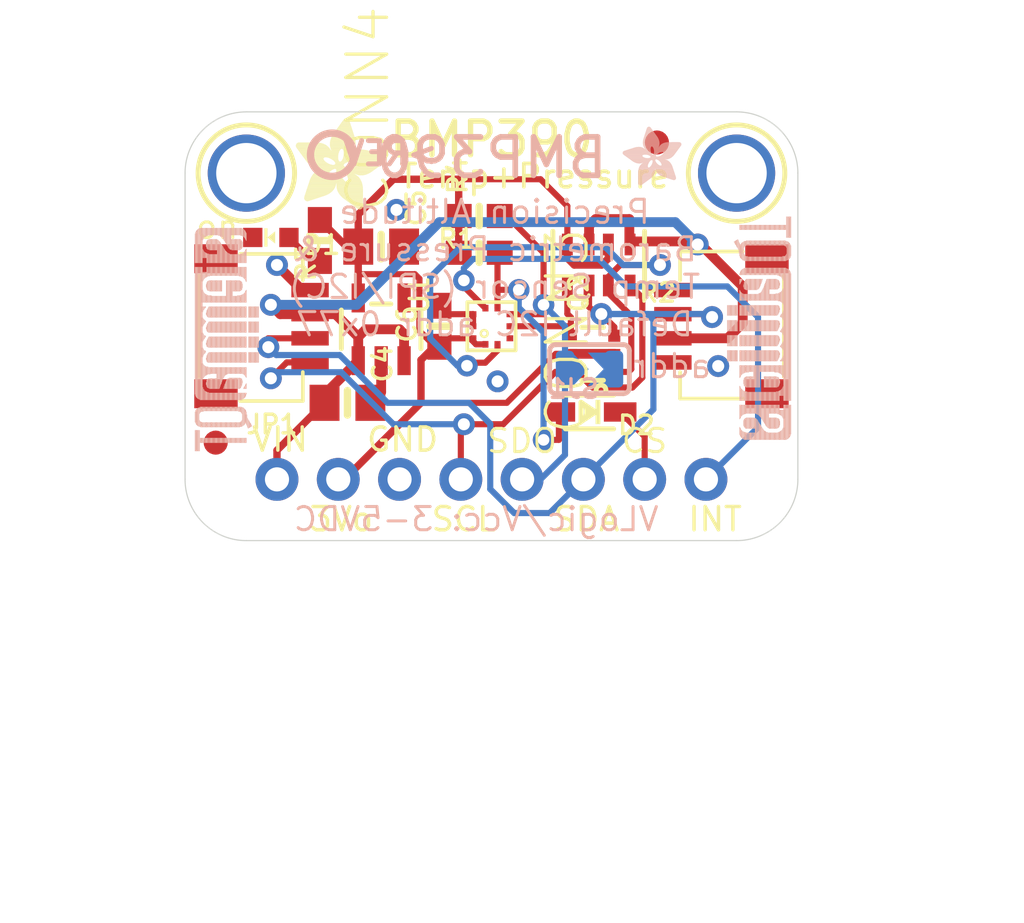
<source format=kicad_pcb>
(kicad_pcb (version 20171130) (host pcbnew "(5.1.6)-1")
  (layers (0 Top signal) (31 Bottom signal) (34 B.Paste user) (35 F.Paste user) (36 B.SilkS user) (37 F.SilkS user) (38 B.Mask user) (39 F.Mask user) (44 Edge.Cuts user))
  (net 0 "")
  (net 1 GND)
  (net 2 3.3V)
  (net 3 VCC)
  (net 4 /SCK/SCL)
  (net 5 /SDI/SDA)
  (net 6 "Net-(D1-PadA)")
  (net 7 "Net-(U1-Pad4)")
  (net 8 /SDI_3V)
  (net 9 /SCK_3V)
  (net 10 /SDO/ADR)
  (net 11 /CS_3V)
  (net 12 /CS)
  (net 13 /INT)
  (module "Adafruit BMP390:ADAFRUIT_2.5MM" (layer Bottom) (at 156.3751 99.1616 180)
    (fp_text reference U$2 hide)
    (fp_text value "" hide)
  )
  (module "Adafruit BMP390:0603-NO" (layer Top) (at 147.9931 100.4316 180)
    (fp_text reference R4 (at 0.4445 0.8255 90) (layer F.SilkS) (effects (font (size 0.77216 0.77216) (thickness 0.138988)) (justify left bottom)))
    (fp_text value 10K)
    (pad 2 smd rect (at 0.85 0 180) (size 1.075 1) (layers Top F.Paste F.Mask) (net 2 3.3V))
    (pad 1 smd rect (at -0.85 0 180) (size 1.075 1) (layers Top F.Paste F.Mask) (net 10 /SDO/ADR))
  )
  (module "Adafruit BMP390:SOD-323" (layer Top) (at 152.5651 108.5596 180)
    (fp_text reference D2 (at -1.1 -1) (layer F.SilkS) (effects (font (size 0.77216 0.77216) (thickness 0.138988)) (justify left bottom)))
    (fp_text value 1N4148)
    (pad A smd rect (at 1.27 0 180) (size 1.35 0.8) (layers Top F.Paste F.Mask) (net 11 /CS_3V))
    (pad C smd rect (at -1.27 0 180) (size 1.35 0.8) (layers Top F.Paste F.Mask) (net 12 /CS))
  )
  (module "Adafruit BMP390:0603-NO" (layer Top) (at 147.9931 101.9556 180)
    (fp_text reference R1 (at 1.778 0.127) (layer F.SilkS) (effects (font (size 0.77216 0.77216) (thickness 0.138988)) (justify left bottom)))
    (fp_text value 10K)
    (pad 2 smd rect (at 0.85 0 180) (size 1.075 1) (layers Top F.Paste F.Mask) (net 2 3.3V))
    (pad 1 smd rect (at -0.85 0 180) (size 1.075 1) (layers Top F.Paste F.Mask) (net 11 /CS_3V))
  )
  (module "Adafruit BMP390:BMP388" (layer Top) (at 148.5011 105.0036 180)
    (fp_text reference IC1 hide)
    (fp_text value BMP388 hide)
    (pad 1 smd rect (at 0.25 -0.75) (size 0.25 0.275) (layers Top F.Paste F.Mask) (net 2 3.3V))
    (pad 2 smd rect (at -0.25 -0.75) (size 0.25 0.275) (layers Top F.Paste F.Mask) (net 9 /SCK_3V))
    (pad 5 smd rect (at -0.7625 0.5 270) (size 0.25 0.275) (layers Top F.Paste F.Mask) (net 10 /SDO/ADR))
    (pad 4 smd rect (at -0.7625 0 270) (size 0.25 0.275) (layers Top F.Paste F.Mask) (net 8 /SDI_3V))
    (pad 3 smd rect (at -0.7625 -0.5 270) (size 0.25 0.275) (layers Top F.Paste F.Mask) (net 1 GND))
    (pad 8 smd rect (at 0.7625 0.5 270) (size 0.25 0.275) (layers Top F.Paste F.Mask) (net 1 GND))
    (pad 10 smd rect (at 0.7625 -0.5 270) (size 0.25 0.275) (layers Top F.Paste F.Mask) (net 2 3.3V))
    (pad 9 smd rect (at 0.7625 0 270) (size 0.25 0.275) (layers Top F.Paste F.Mask) (net 1 GND))
    (pad 7 smd rect (at 0.25 0.75) (size 0.25 0.275) (layers Top F.Paste F.Mask) (net 13 /INT))
    (pad 6 smd rect (at -0.25 0.75) (size 0.25 0.275) (layers Top F.Paste F.Mask) (net 11 /CS_3V))
  )
  (module "Adafruit BMP390:1X08_ROUND_70" (layer Top) (at 148.5011 111.3536)
    (fp_text reference JP1 (at -10.2362 -1.8288) (layer F.SilkS) (effects (font (size 0.77216 0.77216) (thickness 0.138988)) (justify left bottom)))
    (fp_text value HEADER-1X870MIL)
    (pad 8 thru_hole circle (at 8.89 0 90) (size 1.778 1.778) (drill 1) (layers *.Cu *.Mask) (net 13 /INT))
    (pad 7 thru_hole circle (at 6.35 0 90) (size 1.778 1.778) (drill 1) (layers *.Cu *.Mask) (net 12 /CS))
    (pad 6 thru_hole circle (at 3.81 0 90) (size 1.778 1.778) (drill 1) (layers *.Cu *.Mask) (net 5 /SDI/SDA))
    (pad 5 thru_hole circle (at 1.27 0 90) (size 1.778 1.778) (drill 1) (layers *.Cu *.Mask) (net 10 /SDO/ADR))
    (pad 4 thru_hole circle (at -1.27 0 90) (size 1.778 1.778) (drill 1) (layers *.Cu *.Mask) (net 4 /SCK/SCL))
    (pad 3 thru_hole circle (at -3.81 0 90) (size 1.778 1.778) (drill 1) (layers *.Cu *.Mask) (net 1 GND))
    (pad 2 thru_hole circle (at -6.35 0 90) (size 1.778 1.778) (drill 1) (layers *.Cu *.Mask) (net 2 3.3V))
    (pad 1 thru_hole circle (at -8.89 0 90) (size 1.778 1.778) (drill 1) (layers *.Cu *.Mask) (net 3 VCC))
  )
  (module "Adafruit BMP390:0805-NO" (layer Top) (at 142.5321 108.1786)
    (fp_text reference C4 (at 1.905 -0.762 90) (layer F.SilkS) (effects (font (size 0.77216 0.77216) (thickness 0.138988)) (justify left bottom)))
    (fp_text value 10uF)
    (pad 2 smd rect (at 0.95 0) (size 1.24 1.5) (layers Top F.Paste F.Mask) (net 1 GND))
    (pad 1 smd rect (at -0.95 0) (size 1.24 1.5) (layers Top F.Paste F.Mask) (net 3 VCC))
  )
  (module "Adafruit BMP390:SOT23-5" (layer Top) (at 143.9291 105.1306)
    (fp_text reference U1 (at 2.032 -0.562 90) (layer F.SilkS) (effects (font (size 0.77216 0.77216) (thickness 0.138988)) (justify left bottom)))
    (fp_text value AP2112K-3.3)
    (pad 5 smd rect (at -0.95 -1.3001) (size 0.55 1.2) (layers Top F.Paste F.Mask) (net 2 3.3V))
    (pad 4 smd rect (at 0.95 -1.3001) (size 0.55 1.2) (layers Top F.Paste F.Mask) (net 7 "Net-(U1-Pad4)"))
    (pad 3 smd rect (at 0.95 1.3001) (size 0.55 1.2) (layers Top F.Paste F.Mask) (net 3 VCC))
    (pad 2 smd rect (at 0 1.3001) (size 0.55 1.2) (layers Top F.Paste F.Mask) (net 1 GND))
    (pad 1 smd rect (at -0.95 1.3001) (size 0.55 1.2) (layers Top F.Paste F.Mask) (net 3 VCC))
  )
  (module "Adafruit BMP390:0805-NO" (layer Top) (at 143.9291 101.7016)
    (fp_text reference C5 (at 1.905 -0.762 90) (layer F.SilkS) (effects (font (size 0.77216 0.77216) (thickness 0.138988)) (justify left bottom)))
    (fp_text value 10uF)
    (pad 2 smd rect (at 0.95 0) (size 1.24 1.5) (layers Top F.Paste F.Mask) (net 1 GND))
    (pad 1 smd rect (at -0.95 0) (size 1.24 1.5) (layers Top F.Paste F.Mask) (net 2 3.3V))
  )
  (module "Adafruit BMP390:0603-NO" (layer Top) (at 146.3421 105.0036 90)
    (fp_text reference C6 (at -0.762 -0.889 90) (layer F.SilkS) (effects (font (size 0.77216 0.77216) (thickness 0.138988)) (justify left bottom)))
    (fp_text value 0.1uF)
    (pad 2 smd rect (at 0.85 0 90) (size 1.075 1) (layers Top F.Paste F.Mask) (net 1 GND))
    (pad 1 smd rect (at -0.85 0 90) (size 1.075 1) (layers Top F.Paste F.Mask) (net 2 3.3V))
  )
  (module "Adafruit BMP390:RESPACK_4X0603" (layer Top) (at 152.9461 102.4636 180)
    (fp_text reference R2 (at -1.6 -1.6) (layer F.SilkS) (effects (font (size 0.77216 0.77216) (thickness 0.138988)) (justify left bottom)))
    (fp_text value 10K)
    (pad 3 smd rect (at 0.4 0.85 180) (size 0.45 0.9) (layers Top F.Paste F.Mask) (net 3 VCC))
    (pad 2 smd rect (at -0.4 0.85 180) (size 0.45 0.9) (layers Top F.Paste F.Mask) (net 2 3.3V))
    (pad 4 smd rect (at 1.3 0.85 180) (size 0.45 0.9) (layers Top F.Paste F.Mask) (net 2 3.3V))
    (pad 5 smd rect (at 1.3 -0.85 180) (size 0.45 0.9) (layers Top F.Paste F.Mask) (net 8 /SDI_3V))
    (pad 6 smd rect (at 0.4 -0.85 180) (size 0.45 0.9) (layers Top F.Paste F.Mask) (net 5 /SDI/SDA))
    (pad 7 smd rect (at -0.4 -0.85 180) (size 0.45 0.9) (layers Top F.Paste F.Mask) (net 9 /SCK_3V))
    (pad 1 smd rect (at -1.3 0.85 180) (size 0.45 0.9) (layers Top F.Paste F.Mask) (net 3 VCC))
    (pad 8 smd rect (at -1.3 -0.85 180) (size 0.45 0.9) (layers Top F.Paste F.Mask) (net 4 /SCK/SCL))
  )
  (module "Adafruit BMP390:SOT363" (layer Top) (at 152.6921 106.1466 90)
    (fp_text reference Q2 (at 1.651 -0.127 90) (layer F.SilkS) (effects (font (size 0.77216 0.77216) (thickness 0.138988)) (justify left bottom)))
    (fp_text value BSS138)
    (pad 6 smd rect (at -0.75 -0.9 90) (size 0.5 0.5) (layers Top F.Paste F.Mask) (net 4 /SCK/SCL))
    (pad 5 smd rect (at 0 -0.9 90) (size 0.4 0.5) (layers Top F.Paste F.Mask) (net 2 3.3V))
    (pad 4 smd rect (at 0.75 -0.9 90) (size 0.5 0.5) (layers Top F.Paste F.Mask) (net 8 /SDI_3V))
    (pad 3 smd rect (at 0.75 0.9 90) (size 0.5 0.5) (layers Top F.Paste F.Mask) (net 5 /SDI/SDA))
    (pad 2 smd rect (at 0 0.9 90) (size 0.4 0.5) (layers Top F.Paste F.Mask) (net 2 3.3V))
    (pad 1 smd rect (at -0.75 0.9 90) (size 0.5 0.5) (layers Top F.Paste F.Mask) (net 9 /SCK_3V))
  )
  (module "Adafruit BMP390:MOUNTINGHOLE_2.5_PLATED" (layer Top) (at 138.3411 98.6536)
    (fp_text reference U$40 hide)
    (fp_text value MOUNTINGHOLE2.5 hide)
    (pad P$1 thru_hole circle (at 0 0) (size 3.2 3.2) (drill 2.5) (layers *.Cu *.Mask))
  )
  (module "Adafruit BMP390:MOUNTINGHOLE_2.5_PLATED" (layer Top) (at 158.6611 98.6536)
    (fp_text reference U$41 hide)
    (fp_text value MOUNTINGHOLE2.5 hide)
    (pad P$1 thru_hole circle (at 0 0) (size 3.2 3.2) (drill 2.5) (layers *.Cu *.Mask))
  )
  (module "Adafruit BMP390:JST_SH4" (layer Top) (at 158.5341 105.0036 90)
    (fp_text reference CONN3 (at -4.6 -5.9 90) (layer F.SilkS) (effects (font (size 1.6891 1.6891) (thickness 0.135128)) (justify left bottom)))
    (fp_text value STEMMA_I2C_QT hide)
    (pad MT2 smd rect (at 2.8 1.386 180) (size 1.8 1.2) (layers Top F.Paste F.Mask) (net 1 GND))
    (pad MT1 smd rect (at -2.8 1.386 180) (size 1.8 1.2) (layers Top F.Paste F.Mask) (net 1 GND))
    (pad 4 smd rect (at 1.5 -2.514 180) (size 1.55 0.6) (layers Top F.Paste F.Mask) (net 4 /SCK/SCL))
    (pad 1 smd rect (at -1.5 -2.514 180) (size 1.55 0.6) (layers Top F.Paste F.Mask) (net 1 GND))
    (pad 3 smd rect (at 0.5 -2.514 180) (size 1.55 0.6) (layers Top F.Paste F.Mask) (net 5 /SDI/SDA))
    (pad 2 smd rect (at -0.5 -2.514 180) (size 1.55 0.6) (layers Top F.Paste F.Mask) (net 3 VCC))
  )
  (module "Adafruit BMP390:JST_SH4" (layer Top) (at 138.4681 105.0036 270)
    (fp_text reference CONN4 (at -4.6 -5.9 90) (layer F.SilkS) (effects (font (size 1.6891 1.6891) (thickness 0.135128)) (justify left bottom)))
    (fp_text value STEMMA_I2C_QT hide)
    (pad MT2 smd rect (at 2.8 1.386) (size 1.8 1.2) (layers Top F.Paste F.Mask) (net 1 GND))
    (pad MT1 smd rect (at -2.8 1.386) (size 1.8 1.2) (layers Top F.Paste F.Mask) (net 1 GND))
    (pad 4 smd rect (at 1.5 -2.514) (size 1.55 0.6) (layers Top F.Paste F.Mask) (net 4 /SCK/SCL))
    (pad 1 smd rect (at -1.5 -2.514) (size 1.55 0.6) (layers Top F.Paste F.Mask) (net 1 GND))
    (pad 3 smd rect (at 0.5 -2.514) (size 1.55 0.6) (layers Top F.Paste F.Mask) (net 5 /SDI/SDA))
    (pad 2 smd rect (at -0.5 -2.514) (size 1.55 0.6) (layers Top F.Paste F.Mask) (net 3 VCC))
  )
  (module "Adafruit BMP390:FIDUCIAL_1MM" (layer Top) (at 137.0711 109.8296)
    (fp_text reference FID3 hide)
    (fp_text value FIDUCIAL_1MM hide)
    (pad 1 smd roundrect (at 0 0) (size 1 1) (layers Top F.Mask) (roundrect_rratio 0.5))
  )
  (module "Adafruit BMP390:FIDUCIAL_1MM" (layer Top) (at 155.3591 97.3836)
    (fp_text reference FID4 hide)
    (fp_text value FIDUCIAL_1MM hide)
    (pad 1 smd roundrect (at 0 0) (size 1 1) (layers Top F.Mask) (roundrect_rratio 0.5))
  )
  (module "Adafruit BMP390:ADAFRUIT_3.5MM" (layer Top) (at 140.3731 100.1776)
    (fp_text reference U$46 hide)
    (fp_text value "" hide)
  )
  (module "Adafruit BMP390:PCBFEAT-REV-040" (layer Bottom) (at 141.8971 97.8916 180)
    (fp_text reference U$47 hide)
    (fp_text value "" hide)
    (fp_text user >REV (at -0.3556 -0.508 180) (layer B.SilkS) (effects (font (size 0.9652 0.9652) (thickness 0.2032)) (justify right bottom mirror)))
  )
  (module "Adafruit BMP390:STEMMAQT" (layer Bottom) (at 158.2801 109.7026 90)
    (fp_text reference U$48 hide)
    (fp_text value "" hide)
  )
  (module "Adafruit BMP390:STEMMAQT" (layer Bottom) (at 138.8491 100.9396 270)
    (fp_text reference U$49 hide)
    (fp_text value "" hide)
  )
  (module "Adafruit BMP390:CHIPLED_0603_NOOUTLINE" (layer Top) (at 139.3571 101.3206 90)
    (fp_text reference D1 (at -0.762 1.27) (layer F.SilkS) (effects (font (size 0.77216 0.77216) (thickness 0.138988)) (justify left bottom)))
    (fp_text value GREEN)
    (pad A smd rect (at 0 0.75 90) (size 0.8 0.8) (layers Top F.Paste F.Mask) (net 6 "Net-(D1-PadA)"))
    (pad C smd rect (at 0 -0.75 90) (size 0.8 0.8) (layers Top F.Paste F.Mask) (net 1 GND))
  )
  (module "Adafruit BMP390:0603-NO" (layer Top) (at 141.3891 101.4476 270)
    (fp_text reference R5 (at 1.778 0.127 90) (layer F.SilkS) (effects (font (size 0.77216 0.77216) (thickness 0.138988)) (justify left bottom)))
    (fp_text value 10K)
    (pad 2 smd rect (at 0.85 0 270) (size 1.075 1) (layers Top F.Paste F.Mask) (net 6 "Net-(D1-PadA)"))
    (pad 1 smd rect (at -0.85 0 270) (size 1.075 1) (layers Top F.Paste F.Mask) (net 2 3.3V))
  )
  (module "Adafruit BMP390:SOLDERJUMPER_ARROW_NOPASTE" (layer Bottom) (at 152.5651 106.7816)
    (fp_text reference SJ1 (at -1.778 1.27) (layer B.SilkS) (effects (font (size 0.77216 0.77216) (thickness 0.138988)) (justify right bottom mirror)))
    (fp_text value SOLDERJUMPER)
    (fp_poly (pts (xy -1.293 0.6866) (xy -0.6715 0.6866) (xy -0.0349 0) (xy -0.7215 -0.6866) (xy -1.293 -0.6866)) (layer Bottom) (width 0))
    (fp_poly (pts (xy -0.077 0.6866) (xy 0.5842 0) (xy -0.077 -0.6866) (xy 1.293 -0.6866) (xy 1.293 0.6866)) (layer Bottom) (width 0))
    (pad 2 smd roundrect (at 1.016 0) (size 0.762 1.524) (layers Bottom B.Mask) (net 1 GND))
    (pad 1 smd roundrect (at -1.016 0) (size 0.762 1.524) (layers Bottom B.Mask) (net 10 /SDO/ADR))
  )
  (gr_text "Precision Altitude\nBarometric Pressure &\nTemp Sensor (SPI/I2C)\nDefault I2C addr 0x77" (at 148.6281 102.5906) (layer B.SilkS) (effects (font (size 0.9652 0.9652) (thickness 0.12192)) (justify mirror)))
  (gr_text SDO (at 151.2951 109.1946) (layer F.SilkS) (effects (font (size 0.9652 0.9652) (thickness 0.12192)) (justify right top)))
  (gr_text CS (at 155.8671 109.1946) (layer F.SilkS) (effects (font (size 0.9652 0.9652) (thickness 0.12192)) (justify right top)))
  (gr_text BMP390 (at 148.5011 98.0186) (layer B.SilkS) (effects (font (size 1.59258 1.59258) (thickness 0.234696)) (justify mirror)))
  (gr_line (start 135.8011 98.6536) (end 135.8011 111.3536) (layer Edge.Cuts) (width 0.05))
  (gr_arc (start 138.3411 111.3536) (end 135.8011 111.3536) (angle -90) (layer Edge.Cuts) (width 0.05))
  (gr_line (start 138.3411 113.8936) (end 158.6611 113.8936) (layer Edge.Cuts) (width 0.05))
  (gr_arc (start 158.6611 111.3536) (end 158.6611 113.8936) (angle -90) (layer Edge.Cuts) (width 0.05))
  (gr_line (start 161.2011 111.3536) (end 161.2011 98.6536) (layer Edge.Cuts) (width 0.05))
  (gr_arc (start 158.6611 98.6536) (end 161.2011 98.6536) (angle -90) (layer Edge.Cuts) (width 0.05))
  (gr_line (start 158.6611 96.1136) (end 138.3411 96.1136) (layer Edge.Cuts) (width 0.05))
  (gr_arc (start 138.3411 98.6536) (end 138.3411 96.1136) (angle -90) (layer Edge.Cuts) (width 0.05))
  (gr_text VIN (at 139.7381 109.7026) (layer F.SilkS) (effects (font (size 0.9652 0.9652) (thickness 0.14224))))
  (gr_text 3Vo (at 142.2781 113.0046) (layer F.SilkS) (effects (font (size 0.9652 0.9652) (thickness 0.14224))))
  (gr_text GND (at 144.8181 109.7026) (layer F.SilkS) (effects (font (size 0.9652 0.9652) (thickness 0.14224))))
  (gr_text SCL (at 147.3581 113.0046) (layer F.SilkS) (effects (font (size 0.9652 0.9652) (thickness 0.14224))))
  (gr_text SDA (at 152.4381 113.0046) (layer F.SilkS) (effects (font (size 0.9652 0.9652) (thickness 0.14224))))
  (gr_text INT (at 157.7721 113.0046) (layer F.SilkS) (effects (font (size 0.9652 0.9652) (thickness 0.14224))))
  (gr_text BMP390 (at 148.5011 97.2566) (layer F.SilkS) (effects (font (size 1.39954 1.39954) (thickness 0.22098))))
  (gr_text Temp+Pressure (at 150.2791 98.7806) (layer F.SilkS) (effects (font (size 0.9652 0.9652) (thickness 0.1524))))
  (gr_text on (at 136.1821 101.4476) (layer F.SilkS) (effects (font (size 0.9652 0.9652) (thickness 0.12192)) (justify left bottom)))
  (gr_text "VLogic/Vcc: 3-5VDC" (at 147.8661 113.0046) (layer B.SilkS) (effects (font (size 0.9652 0.9652) (thickness 0.12192)) (justify mirror)))
  (gr_text addr (at 155.9941 106.6546) (layer B.SilkS) (effects (font (size 0.9652 0.9652) (thickness 0.12192)) (justify mirror)))
  (segment (start 143.9291 106.4307) (end 143.9291 107.7316) (width 0.4064) (layer Top) (net 1))
  (segment (start 143.4821 108.1786) (end 143.9291 107.7316) (width 0.4064) (layer Top) (net 1))
  (via (at 139.6111 102.4636) (size 0.9064) (drill 0.5) (layers Top Bottom) (net 1))
  (via (at 157.8991 106.6546) (size 0.9064) (drill 0.5) (layers Top Bottom) (net 1))
  (segment (start 140.9821 103.5036) (end 140.6511 103.5036) (width 0.4064) (layer Top) (net 1))
  (segment (start 140.6511 103.5036) (end 139.6111 102.4636) (width 0.4064) (layer Top) (net 1))
  (segment (start 147.7386 104.5036) (end 147.7386 105.0036) (width 0.254) (layer Top) (net 1))
  (segment (start 147.7386 104.5036) (end 146.6921 104.5036) (width 0.254) (layer Top) (net 1))
  (segment (start 146.6921 104.5036) (end 146.3421 104.1536) (width 0.254) (layer Top) (net 1))
  (via (at 144.5641 100.1776) (size 0.9064) (drill 0.5) (layers Top Bottom) (net 1))
  (via (at 148.7551 107.2896) (size 0.9064) (drill 0.5) (layers Top Bottom) (net 1))
  (segment (start 151.7921 106.1466) (end 153.5921 106.1466) (width 0.4064) (layer Top) (net 2))
  (segment (start 153.3461 101.6136) (end 153.3461 102.1906) (width 0.3048) (layer Top) (net 2))
  (segment (start 153.3461 102.1906) (end 153.0731 102.4636) (width 0.3048) (layer Top) (net 2))
  (segment (start 153.0731 102.4636) (end 151.9301 102.4636) (width 0.3048) (layer Top) (net 2))
  (segment (start 151.9301 102.4636) (end 151.6461 102.1796) (width 0.3048) (layer Top) (net 2))
  (segment (start 151.6461 102.1796) (end 151.6461 101.6136) (width 0.3048) (layer Top) (net 2))
  (segment (start 142.9791 101.7016) (end 142.9791 102.8446) (width 0.3048) (layer Top) (net 2))
  (segment (start 142.9791 102.8446) (end 142.9791 103.8305) (width 0.3048) (layer Top) (net 2))
  (segment (start 141.3891 100.5976) (end 142.4931 101.7016) (width 0.3048) (layer Top) (net 2))
  (segment (start 142.4931 101.7016) (end 142.9791 101.7016) (width 0.3048) (layer Top) (net 2))
  (segment (start 142.9791 101.7016) (end 142.9791 100.3656) (width 0.3048) (layer Top) (net 2))
  (segment (start 144.4371 98.9076) (end 147.1431 98.9076) (width 0.3048) (layer Top) (net 2))
  (segment (start 147.1431 98.9076) (end 147.1431 100.4316) (width 0.3048) (layer Top) (net 2))
  (segment (start 142.9791 100.3656) (end 144.4371 98.9076) (width 0.3048) (layer Top) (net 2))
  (segment (start 147.1431 100.4316) (end 147.1431 101.9556) (width 0.3048) (layer Top) (net 2))
  (segment (start 142.9791 102.8446) (end 145.3261 102.8446) (width 0.254) (layer Top) (net 2))
  (segment (start 145.5166 103.0351) (end 145.3261 102.8446) (width 0.254) (layer Top) (net 2))
  (segment (start 142.1511 111.3536) (end 142.4051 111.3536) (width 0.3048) (layer Top) (net 2))
  (segment (start 145.5801 108.1786) (end 142.4051 111.3536) (width 0.3048) (layer Top) (net 2))
  (segment (start 146.3421 105.8536) (end 146.1271 105.8536) (width 0.3048) (layer Top) (net 2))
  (segment (start 146.1271 105.8536) (end 145.5801 106.4006) (width 0.3048) (layer Top) (net 2))
  (segment (start 145.5801 106.4006) (end 145.5801 108.1786) (width 0.3048) (layer Top) (net 2))
  (segment (start 147.7386 105.5036) (end 147.6121 105.5036) (width 0.254) (layer Top) (net 2))
  (segment (start 147.6121 105.5036) (end 146.6921 105.5036) (width 0.254) (layer Top) (net 2))
  (segment (start 146.6921 105.5036) (end 146.3421 105.8536) (width 0.254) (layer Top) (net 2))
  (segment (start 148.2511 105.7536) (end 147.8621 105.7536) (width 0.254) (layer Top) (net 2))
  (segment (start 147.8621 105.7536) (end 147.6121 105.5036) (width 0.254) (layer Top) (net 2))
  (segment (start 146.3421 105.8536) (end 146.1761 105.8536) (width 0.254) (layer Top) (net 2))
  (segment (start 145.5119 103.479325) (end 145.5166 103.474625) (width 0.254) (layer Top) (net 2))
  (segment (start 145.5166 103.474625) (end 145.5166 103.0351) (width 0.254) (layer Top) (net 2))
  (segment (start 145.5119 105.1894) (end 145.5119 103.479325) (width 0.254) (layer Top) (net 2))
  (segment (start 146.1761 105.8536) (end 145.5119 105.1894) (width 0.254) (layer Top) (net 2))
  (segment (start 151.6461 101.6136) (end 151.6461 100.0206) (width 0.254) (layer Top) (net 2))
  (segment (start 151.6461 100.0206) (end 150.5331 98.9076) (width 0.254) (layer Top) (net 2))
  (segment (start 150.5331 98.9076) (end 147.1431 98.9076) (width 0.254) (layer Top) (net 2))
  (segment (start 151.7921 106.1466) (end 151.1681 106.1466) (width 0.254) (layer Top) (net 2))
  (segment (start 151.1681 106.1466) (end 149.1361 108.1786) (width 0.254) (layer Top) (net 2))
  (segment (start 149.1361 108.1786) (end 145.5801 108.1786) (width 0.254) (layer Top) (net 2))
  (segment (start 152.5461 101.6136) (end 152.5461 100.8316) (width 0.4064) (layer Top) (net 3))
  (segment (start 152.8191 100.5586) (end 154.2161 100.5586) (width 0.4064) (layer Top) (net 3))
  (segment (start 152.5461 100.8316) (end 152.8191 100.5586) (width 0.4064) (layer Top) (net 3))
  (segment (start 142.9791 106.4307) (end 141.5821 107.8277) (width 0.4064) (layer Top) (net 3))
  (segment (start 141.5821 107.8277) (end 141.5821 108.1786) (width 0.4064) (layer Top) (net 3))
  (segment (start 144.8791 106.4307) (end 144.8791 105.3186) (width 0.4064) (layer Top) (net 3))
  (segment (start 144.8791 105.3186) (end 144.691096 105.1306) (width 0.4064) (layer Top) (net 3))
  (segment (start 144.691096 105.1306) (end 143.2941 105.1306) (width 0.4064) (layer Top) (net 3))
  (segment (start 143.2941 105.1306) (end 142.9791 105.4456) (width 0.4064) (layer Top) (net 3))
  (segment (start 142.9791 105.4456) (end 142.9791 106.4307) (width 0.4064) (layer Top) (net 3))
  (segment (start 140.9821 104.5036) (end 142.0371 104.5036) (width 0.4064) (layer Top) (net 3))
  (segment (start 142.0371 104.5036) (end 142.9791 105.4456) (width 0.4064) (layer Top) (net 3))
  (segment (start 154.2161 100.5586) (end 154.2161 101.5836) (width 0.4064) (layer Top) (net 3))
  (segment (start 154.2161 101.5836) (end 154.2461 101.6136) (width 0.4064) (layer Top) (net 3))
  (segment (start 156.0201 105.5036) (end 158.2881 105.5036) (width 0.4064) (layer Top) (net 3))
  (segment (start 158.2881 105.5036) (end 158.9151 104.8766) (width 0.4064) (layer Top) (net 3))
  (segment (start 158.9151 104.8766) (end 158.9151 103.3526) (width 0.4064) (layer Top) (net 3))
  (segment (start 158.9151 103.3526) (end 157.1761 101.6136) (width 0.4064) (layer Top) (net 3))
  (segment (start 157.1761 101.6136) (end 157.0491 101.6136) (width 0.4064) (layer Top) (net 3))
  (via (at 157.0491 101.6136) (size 0.9064) (drill 0.5) (layers Top Bottom) (net 3))
  (segment (start 157.0491 101.6136) (end 156.9221 101.4866) (width 0.4064) (layer Top) (net 3))
  (segment (start 156.9221 101.4866) (end 154.3731 101.4866) (width 0.4064) (layer Top) (net 3))
  (segment (start 154.2461 101.6136) (end 154.3731 101.4866) (width 0.4064) (layer Top) (net 3))
  (segment (start 157.0491 101.6136) (end 156.1211 100.6856) (width 0.4064) (layer Bottom) (net 3))
  (segment (start 146.3421 100.6856) (end 142.9131 104.1146) (width 0.4064) (layer Bottom) (net 3))
  (segment (start 139.3571 104.1146) (end 142.9131 104.1146) (width 0.4064) (layer Bottom) (net 3))
  (via (at 139.3571 104.1146) (size 0.9064) (drill 0.5) (layers Top Bottom) (net 3))
  (segment (start 156.1211 100.6856) (end 146.3421 100.6856) (width 0.4064) (layer Bottom) (net 3))
  (segment (start 140.9821 104.5036) (end 139.7461 104.5036) (width 0.4064) (layer Top) (net 3))
  (segment (start 139.7461 104.5036) (end 139.3571 104.1146) (width 0.4064) (layer Top) (net 3))
  (segment (start 141.5821 108.1786) (end 139.6111 110.1496) (width 0.3048) (layer Top) (net 3))
  (segment (start 139.6111 110.1496) (end 139.6111 111.3536) (width 0.3048) (layer Top) (net 3))
  (segment (start 154.7541 103.8216) (end 154.7541 107.1326) (width 0.254) (layer Top) (net 4))
  (segment (start 154.7541 107.1326) (end 154.3431 107.5436) (width 0.254) (layer Top) (net 4))
  (segment (start 154.3431 107.5436) (end 152.6921 107.5436) (width 0.254) (layer Top) (net 4))
  (segment (start 152.6921 107.5436) (end 152.0451 106.8966) (width 0.254) (layer Top) (net 4))
  (segment (start 151.7921 106.8966) (end 152.0451 106.8966) (width 0.254) (layer Top) (net 4))
  (segment (start 140.9821 106.5036) (end 140.0161 106.5036) (width 0.254) (layer Top) (net 4))
  (segment (start 140.0161 106.5036) (end 139.3571 107.1626) (width 0.254) (layer Top) (net 4))
  (via (at 139.3571 107.1626) (size 0.9064) (drill 0.5) (layers Top Bottom) (net 4))
  (segment (start 148.9861 109.0676) (end 147.3581 109.0676) (width 0.254) (layer Top) (net 4))
  (via (at 147.3581 109.0676) (size 0.9064) (drill 0.5) (layers Top Bottom) (net 4))
  (segment (start 147.3581 109.0676) (end 144.4371 109.0676) (width 0.254) (layer Bottom) (net 4))
  (segment (start 144.4371 109.0676) (end 142.2781 106.9086) (width 0.254) (layer Bottom) (net 4))
  (segment (start 142.2781 106.9086) (end 139.6111 106.9086) (width 0.254) (layer Bottom) (net 4))
  (segment (start 139.3571 107.1626) (end 139.6111 106.9086) (width 0.254) (layer Bottom) (net 4))
  (segment (start 151.7921 106.8966) (end 151.1571 106.8966) (width 0.254) (layer Top) (net 4))
  (segment (start 151.1571 106.8966) (end 148.9861 109.0676) (width 0.254) (layer Top) (net 4))
  (segment (start 147.2311 109.1946) (end 147.2311 111.3536) (width 0.254) (layer Top) (net 4))
  (segment (start 147.3581 109.0676) (end 147.2311 109.1946) (width 0.254) (layer Top) (net 4))
  (segment (start 154.2461 103.3136) (end 154.7541 103.8216) (width 0.254) (layer Top) (net 4))
  (segment (start 156.0201 103.5036) (end 155.0721 103.5036) (width 0.254) (layer Top) (net 4))
  (segment (start 155.0721 103.5036) (end 154.7541 103.8216) (width 0.254) (layer Top) (net 4))
  (segment (start 152.5461 104.2026) (end 152.8391 104.4956) (width 0.254) (layer Top) (net 5))
  (segment (start 152.8391 104.4956) (end 153.0541 104.4956) (width 0.254) (layer Top) (net 5))
  (segment (start 140.9821 105.5036) (end 139.252706 105.5036) (width 0.254) (layer Top) (net 5))
  (segment (start 139.252706 105.5036) (end 139.252706 105.869994) (width 0.254) (layer Top) (net 5))
  (via (at 139.252706 105.869994) (size 0.9064) (drill 0.5) (layers Top Bottom) (net 5))
  (segment (start 156.0201 104.5036) (end 157.5261 104.5036) (width 0.254) (layer Top) (net 5))
  (segment (start 157.5261 104.5036) (end 157.6451 104.6226) (width 0.254) (layer Top) (net 5))
  (via (at 157.6451 104.6226) (size 0.9064) (drill 0.5) (layers Top Bottom) (net 5))
  (via (at 153.0541 104.4956) (size 0.9064) (drill 0.5) (layers Top Bottom) (net 5))
  (segment (start 157.6451 104.6226) (end 157.5181 104.4956) (width 0.254) (layer Bottom) (net 5))
  (segment (start 157.5181 104.4956) (end 153.0541 104.4956) (width 0.254) (layer Bottom) (net 5))
  (segment (start 152.5461 103.3136) (end 152.5461 104.2026) (width 0.254) (layer Top) (net 5))
  (segment (start 153.5921 105.3966) (end 153.5921 105.0336) (width 0.254) (layer Top) (net 5))
  (segment (start 153.5921 105.0336) (end 153.0541 104.4956) (width 0.254) (layer Top) (net 5))
  (segment (start 155.2131 104.7496) (end 154.9591 104.4956) (width 0.254) (layer Bottom) (net 5))
  (segment (start 153.0541 104.4956) (end 154.9591 104.4956) (width 0.254) (layer Bottom) (net 5))
  (segment (start 155.2131 104.7496) (end 155.2131 108.4516) (width 0.254) (layer Bottom) (net 5))
  (segment (start 155.2131 108.4516) (end 152.3111 111.3536) (width 0.254) (layer Bottom) (net 5))
  (segment (start 139.252706 105.869994) (end 139.580112 106.1974) (width 0.254) (layer Bottom) (net 5))
  (segment (start 139.580112 106.1974) (end 142.213481 106.1974) (width 0.254) (layer Bottom) (net 5))
  (segment (start 142.213481 106.1974) (end 144.194681 108.1786) (width 0.254) (layer Bottom) (net 5))
  (segment (start 147.577 108.1786) (end 148.4503 109.0519) (width 0.254) (layer Bottom) (net 5))
  (segment (start 148.4503 111.757013) (end 149.443887 112.7506) (width 0.254) (layer Bottom) (net 5))
  (segment (start 150.9141 112.7506) (end 152.3111 111.3536) (width 0.254) (layer Bottom) (net 5))
  (segment (start 144.194681 108.1786) (end 147.577 108.1786) (width 0.254) (layer Bottom) (net 5))
  (segment (start 148.4503 109.0519) (end 148.4503 111.757013) (width 0.254) (layer Bottom) (net 5))
  (segment (start 149.443887 112.7506) (end 150.9141 112.7506) (width 0.254) (layer Bottom) (net 5))
  (segment (start 140.1071 101.3206) (end 141.0841 102.2976) (width 0.254) (layer Top) (net 6))
  (segment (start 141.0841 102.2976) (end 141.3891 102.2976) (width 0.254) (layer Top) (net 6))
  (segment (start 151.7921 105.3966) (end 151.7921 105.0036) (width 0.254) (layer Top) (net 8))
  (segment (start 151.7921 105.0036) (end 151.7921 104.6346) (width 0.254) (layer Top) (net 8))
  (segment (start 151.7921 104.6346) (end 151.6461 104.4886) (width 0.254) (layer Top) (net 8))
  (segment (start 151.6461 104.4886) (end 151.6461 103.3136) (width 0.254) (layer Top) (net 8))
  (segment (start 149.2636 105.0036) (end 151.7921 105.0036) (width 0.254) (layer Top) (net 8))
  (segment (start 153.3461 103.3136) (end 153.3461 102.9526) (width 0.254) (layer Top) (net 9))
  (segment (start 153.8351 102.4636) (end 155.4861 102.4636) (width 0.254) (layer Top) (net 9))
  (via (at 155.4861 102.4636) (size 0.9064) (drill 0.5) (layers Top Bottom) (net 9))
  (segment (start 153.3461 102.9526) (end 153.8351 102.4636) (width 0.254) (layer Top) (net 9))
  (segment (start 153.3461 103.3136) (end 153.3461 103.6256) (width 0.254) (layer Top) (net 9))
  (segment (start 154.2969 104.5764) (end 154.2969 106.7816) (width 0.254) (layer Top) (net 9))
  (segment (start 153.3461 103.6256) (end 154.2969 104.5764) (width 0.254) (layer Top) (net 9))
  (segment (start 154.2969 106.7816) (end 154.1819 106.8966) (width 0.254) (layer Top) (net 9))
  (segment (start 153.5921 106.8966) (end 154.1819 106.8966) (width 0.254) (layer Top) (net 9))
  (segment (start 148.7511 105.7536) (end 148.7511 106.0076) (width 0.254) (layer Top) (net 9))
  (segment (start 148.7511 106.0076) (end 148.2438 106.5149) (width 0.254) (layer Top) (net 9))
  (segment (start 148.2438 106.5149) (end 147.6121 106.5149) (width 0.254) (layer Top) (net 9))
  (segment (start 147.6121 106.5149) (end 147.4851 106.6419) (width 0.254) (layer Top) (net 9))
  (via (at 147.4851 106.6419) (size 0.889) (drill 0.4826) (layers Top Bottom) (net 9))
  (segment (start 147.4851 106.6419) (end 147.0914 106.6419) (width 0.254) (layer Bottom) (net 9))
  (segment (start 147.0914 106.6419) (end 145.9611 105.5116) (width 0.254) (layer Bottom) (net 9))
  (segment (start 145.9611 105.5116) (end 145.9611 102.9716) (width 0.254) (layer Bottom) (net 9))
  (segment (start 153.9621 102.4636) (end 153.2255 101.727) (width 0.254) (layer Bottom) (net 9))
  (segment (start 153.9621 102.4636) (end 155.4861 102.4636) (width 0.254) (layer Bottom) (net 9))
  (segment (start 145.9611 102.9716) (end 147.2057 101.727) (width 0.254) (layer Bottom) (net 9))
  (segment (start 147.2057 101.727) (end 153.2255 101.727) (width 0.254) (layer Bottom) (net 9))
  (segment (start 149.2636 104.5036) (end 150.6601 104.5036) (width 0.254) (layer Top) (net 10))
  (segment (start 149.1361 100.4316) (end 148.8431 100.4316) (width 0.254) (layer Top) (net 10))
  (segment (start 150.6601 104.5036) (end 150.6601 104.1146) (width 0.254) (layer Top) (net 10))
  (segment (start 150.6601 104.1146) (end 150.6601 101.9556) (width 0.254) (layer Top) (net 10))
  (segment (start 150.6601 101.9556) (end 149.1361 100.4316) (width 0.254) (layer Top) (net 10))
  (via (at 150.6601 104.1146) (size 0.889) (drill 0.4826) (layers Top Bottom) (net 10))
  (segment (start 150.6601 104.1146) (end 151.5491 105.0036) (width 0.254) (layer Bottom) (net 10))
  (segment (start 151.5491 110.3376) (end 150.5331 111.3536) (width 0.254) (layer Bottom) (net 10))
  (segment (start 150.5331 111.3536) (end 149.7711 111.3536) (width 0.254) (layer Bottom) (net 10))
  (segment (start 151.5491 105.0036) (end 151.5491 106.7816) (width 0.254) (layer Bottom) (net 10))
  (segment (start 151.5491 107.2896) (end 151.5491 110.3376) (width 0.254) (layer Bottom) (net 10))
  (segment (start 151.5491 106.7816) (end 151.5491 107.2896) (width 0.2032) (layer Bottom) (net 10))
  (segment (start 148.7511 104.2536) (end 148.7511 103.501) (width 0.254) (layer Top) (net 11))
  (segment (start 148.8431 101.9556) (end 148.7511 102.0476) (width 0.254) (layer Top) (net 11))
  (segment (start 148.7511 103.501) (end 148.7424 103.4923) (width 0.254) (layer Top) (net 11))
  (segment (start 148.7424 103.4923) (end 149.6314 103.4923) (width 0.254) (layer Top) (net 11))
  (via (at 149.6314 103.4923) (size 0.889) (drill 0.4826) (layers Top Bottom) (net 11))
  (segment (start 149.6314 103.4923) (end 149.6314 104.2289) (width 0.254) (layer Bottom) (net 11))
  (via (at 150.6601 109.7153) (size 0.889) (drill 0.4826) (layers Top Bottom) (net 11))
  (segment (start 150.6601 109.7153) (end 151.2951 109.7153) (width 0.254) (layer Top) (net 11))
  (segment (start 151.2951 108.5596) (end 151.2951 109.7153) (width 0.254) (layer Top) (net 11))
  (segment (start 149.6314 104.2289) (end 150.6601 105.2576) (width 0.254) (layer Bottom) (net 11))
  (segment (start 150.6601 105.2576) (end 150.6601 109.7153) (width 0.254) (layer Bottom) (net 11))
  (segment (start 148.7511 103.4836) (end 148.7424 103.4923) (width 0.254) (layer Top) (net 11))
  (segment (start 148.7511 102.0476) (end 148.7511 103.4836) (width 0.254) (layer Top) (net 11))
  (segment (start 153.8351 108.5596) (end 154.8511 109.5756) (width 0.254) (layer Top) (net 12))
  (segment (start 154.8511 109.5756) (end 154.8511 111.3536) (width 0.254) (layer Top) (net 12))
  (segment (start 148.2511 104.2536) (end 147.3581 103.3606) (width 0.254) (layer Top) (net 13))
  (segment (start 147.3581 103.3606) (end 147.3581 103.1033) (width 0.254) (layer Top) (net 13))
  (via (at 147.3581 103.1033) (size 0.889) (drill 0.4826) (layers Top Bottom) (net 13))
  (segment (start 147.7438 102.2096) (end 147.3581 102.5953) (width 0.254) (layer Bottom) (net 13))
  (segment (start 147.3581 102.5953) (end 147.3581 103.1033) (width 0.254) (layer Bottom) (net 13))
  (segment (start 152.9461 102.2096) (end 154.0891 103.3526) (width 0.254) (layer Bottom) (net 13))
  (segment (start 154.0891 103.3526) (end 158.2801 103.3526) (width 0.254) (layer Bottom) (net 13))
  (segment (start 158.2801 103.3526) (end 159.5501 104.6226) (width 0.254) (layer Bottom) (net 13))
  (segment (start 159.5501 109.1946) (end 157.3911 111.3536) (width 0.254) (layer Bottom) (net 13))
  (segment (start 147.7438 102.2096) (end 152.9461 102.2096) (width 0.254) (layer Bottom) (net 13))
  (segment (start 159.5501 104.6226) (end 159.5501 109.1946) (width 0.254) (layer Bottom) (net 13))
)
</source>
